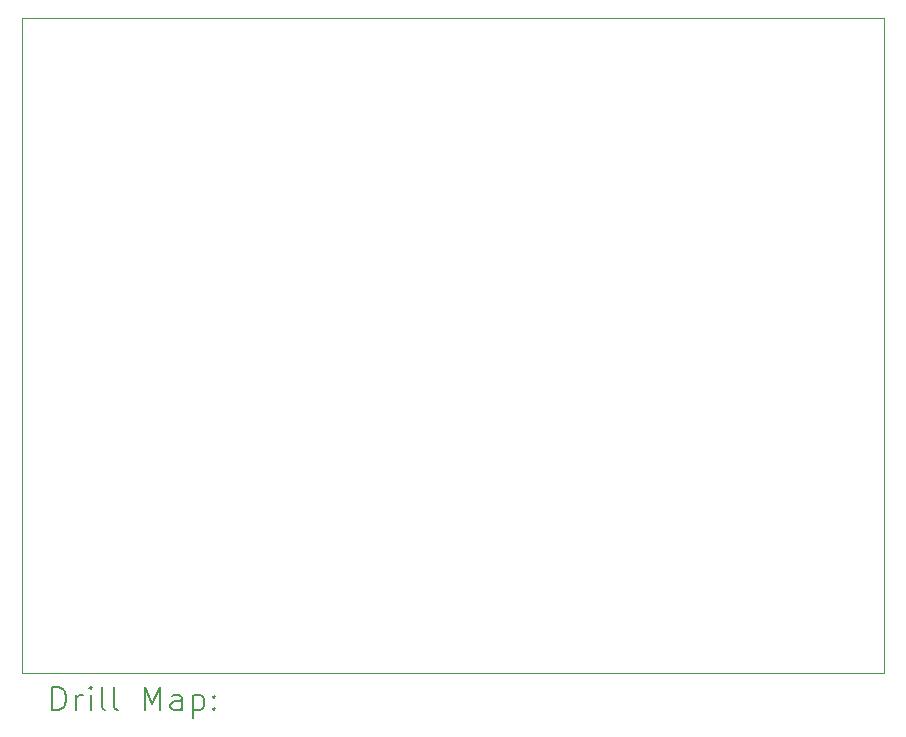
<source format=gbr>
%TF.GenerationSoftware,KiCad,Pcbnew,8.0.7-8.0.7-0~ubuntu24.04.1*%
%TF.CreationDate,2025-01-10T11:13:04+00:00*%
%TF.ProjectId,whenisbins,7768656e-6973-4626-996e-732e6b696361,rev?*%
%TF.SameCoordinates,Original*%
%TF.FileFunction,Drillmap*%
%TF.FilePolarity,Positive*%
%FSLAX45Y45*%
G04 Gerber Fmt 4.5, Leading zero omitted, Abs format (unit mm)*
G04 Created by KiCad (PCBNEW 8.0.7-8.0.7-0~ubuntu24.04.1) date 2025-01-10 11:13:04*
%MOMM*%
%LPD*%
G01*
G04 APERTURE LIST*
%ADD10C,0.050000*%
%ADD11C,0.200000*%
G04 APERTURE END LIST*
D10*
X10650000Y-8625000D02*
X17950000Y-8625000D01*
X17950000Y-14175000D01*
X10650000Y-14175000D01*
X10650000Y-8625000D01*
D11*
X10908277Y-14488984D02*
X10908277Y-14288984D01*
X10908277Y-14288984D02*
X10955896Y-14288984D01*
X10955896Y-14288984D02*
X10984467Y-14298508D01*
X10984467Y-14298508D02*
X11003515Y-14317555D01*
X11003515Y-14317555D02*
X11013039Y-14336603D01*
X11013039Y-14336603D02*
X11022563Y-14374698D01*
X11022563Y-14374698D02*
X11022563Y-14403269D01*
X11022563Y-14403269D02*
X11013039Y-14441365D01*
X11013039Y-14441365D02*
X11003515Y-14460412D01*
X11003515Y-14460412D02*
X10984467Y-14479460D01*
X10984467Y-14479460D02*
X10955896Y-14488984D01*
X10955896Y-14488984D02*
X10908277Y-14488984D01*
X11108277Y-14488984D02*
X11108277Y-14355650D01*
X11108277Y-14393746D02*
X11117801Y-14374698D01*
X11117801Y-14374698D02*
X11127324Y-14365174D01*
X11127324Y-14365174D02*
X11146372Y-14355650D01*
X11146372Y-14355650D02*
X11165420Y-14355650D01*
X11232086Y-14488984D02*
X11232086Y-14355650D01*
X11232086Y-14288984D02*
X11222562Y-14298508D01*
X11222562Y-14298508D02*
X11232086Y-14308031D01*
X11232086Y-14308031D02*
X11241610Y-14298508D01*
X11241610Y-14298508D02*
X11232086Y-14288984D01*
X11232086Y-14288984D02*
X11232086Y-14308031D01*
X11355896Y-14488984D02*
X11336848Y-14479460D01*
X11336848Y-14479460D02*
X11327324Y-14460412D01*
X11327324Y-14460412D02*
X11327324Y-14288984D01*
X11460658Y-14488984D02*
X11441610Y-14479460D01*
X11441610Y-14479460D02*
X11432086Y-14460412D01*
X11432086Y-14460412D02*
X11432086Y-14288984D01*
X11689229Y-14488984D02*
X11689229Y-14288984D01*
X11689229Y-14288984D02*
X11755896Y-14431841D01*
X11755896Y-14431841D02*
X11822562Y-14288984D01*
X11822562Y-14288984D02*
X11822562Y-14488984D01*
X12003515Y-14488984D02*
X12003515Y-14384222D01*
X12003515Y-14384222D02*
X11993991Y-14365174D01*
X11993991Y-14365174D02*
X11974943Y-14355650D01*
X11974943Y-14355650D02*
X11936848Y-14355650D01*
X11936848Y-14355650D02*
X11917801Y-14365174D01*
X12003515Y-14479460D02*
X11984467Y-14488984D01*
X11984467Y-14488984D02*
X11936848Y-14488984D01*
X11936848Y-14488984D02*
X11917801Y-14479460D01*
X11917801Y-14479460D02*
X11908277Y-14460412D01*
X11908277Y-14460412D02*
X11908277Y-14441365D01*
X11908277Y-14441365D02*
X11917801Y-14422317D01*
X11917801Y-14422317D02*
X11936848Y-14412793D01*
X11936848Y-14412793D02*
X11984467Y-14412793D01*
X11984467Y-14412793D02*
X12003515Y-14403269D01*
X12098753Y-14355650D02*
X12098753Y-14555650D01*
X12098753Y-14365174D02*
X12117801Y-14355650D01*
X12117801Y-14355650D02*
X12155896Y-14355650D01*
X12155896Y-14355650D02*
X12174943Y-14365174D01*
X12174943Y-14365174D02*
X12184467Y-14374698D01*
X12184467Y-14374698D02*
X12193991Y-14393746D01*
X12193991Y-14393746D02*
X12193991Y-14450888D01*
X12193991Y-14450888D02*
X12184467Y-14469936D01*
X12184467Y-14469936D02*
X12174943Y-14479460D01*
X12174943Y-14479460D02*
X12155896Y-14488984D01*
X12155896Y-14488984D02*
X12117801Y-14488984D01*
X12117801Y-14488984D02*
X12098753Y-14479460D01*
X12279705Y-14469936D02*
X12289229Y-14479460D01*
X12289229Y-14479460D02*
X12279705Y-14488984D01*
X12279705Y-14488984D02*
X12270182Y-14479460D01*
X12270182Y-14479460D02*
X12279705Y-14469936D01*
X12279705Y-14469936D02*
X12279705Y-14488984D01*
X12279705Y-14365174D02*
X12289229Y-14374698D01*
X12289229Y-14374698D02*
X12279705Y-14384222D01*
X12279705Y-14384222D02*
X12270182Y-14374698D01*
X12270182Y-14374698D02*
X12279705Y-14365174D01*
X12279705Y-14365174D02*
X12279705Y-14384222D01*
M02*

</source>
